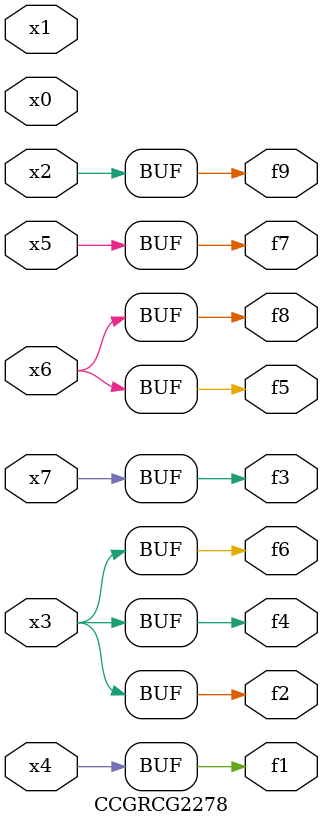
<source format=v>
module CCGRCG2278(
	input x0, x1, x2, x3, x4, x5, x6, x7,
	output f1, f2, f3, f4, f5, f6, f7, f8, f9
);
	assign f1 = x4;
	assign f2 = x3;
	assign f3 = x7;
	assign f4 = x3;
	assign f5 = x6;
	assign f6 = x3;
	assign f7 = x5;
	assign f8 = x6;
	assign f9 = x2;
endmodule

</source>
